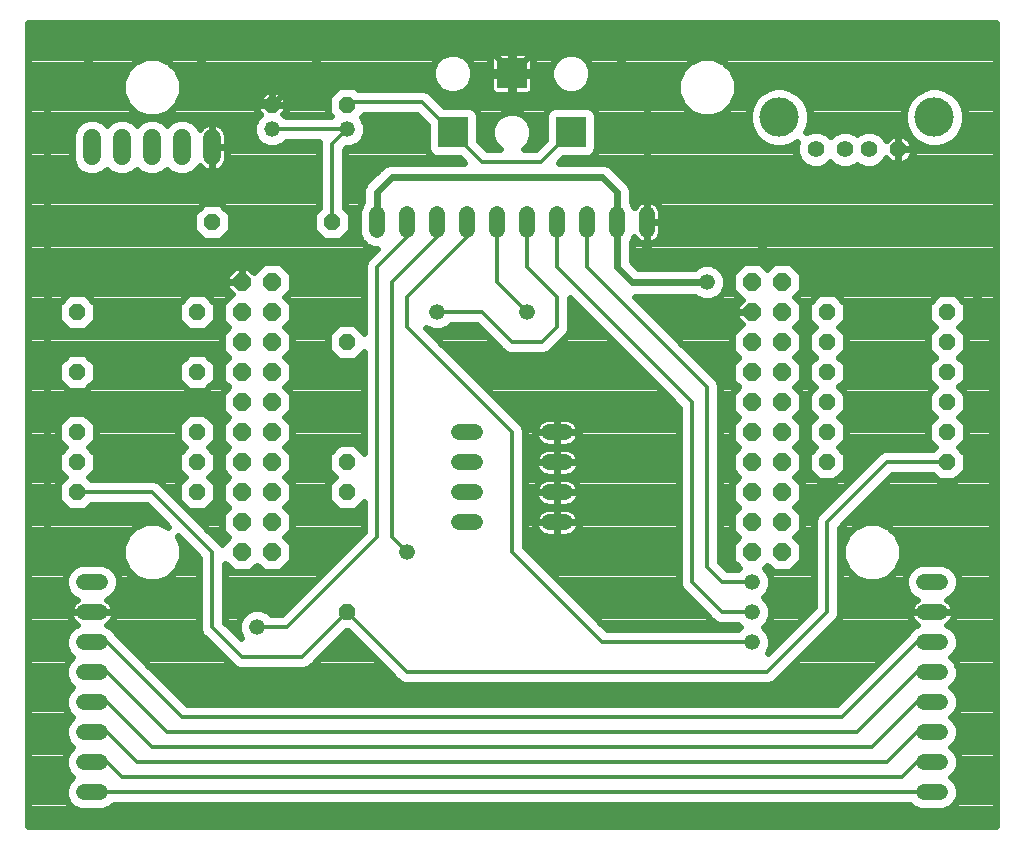
<source format=gbl>
G75*
%MOIN*%
%OFA0B0*%
%FSLAX24Y24*%
%IPPOS*%
%LPD*%
%AMOC8*
5,1,8,0,0,1.08239X$1,22.5*
%
%ADD10R,0.0990X0.0990*%
%ADD11OC8,0.0520*%
%ADD12C,0.0520*%
%ADD13C,0.0520*%
%ADD14OC8,0.0600*%
%ADD15C,0.0560*%
%ADD16C,0.1310*%
%ADD17C,0.0600*%
%ADD18C,0.0240*%
%ADD19C,0.0525*%
%ADD20C,0.0120*%
D10*
X015661Y023720D03*
X017630Y025689D03*
X019599Y023720D03*
D11*
X012130Y024620D03*
X009630Y024620D03*
X007630Y020720D03*
X007130Y017720D03*
X007130Y015720D03*
X007130Y013720D03*
X007130Y012720D03*
X007130Y011720D03*
X003130Y011720D03*
X003130Y012720D03*
X003130Y013720D03*
X003130Y015720D03*
X003130Y017720D03*
X011630Y020720D03*
X012130Y016720D03*
X012130Y012720D03*
X012130Y011720D03*
X012130Y007720D03*
X028130Y012720D03*
X028130Y013720D03*
X028130Y014720D03*
X028130Y015720D03*
X028130Y016720D03*
X028130Y017720D03*
X032130Y017720D03*
X032130Y016720D03*
X032130Y015720D03*
X032130Y014720D03*
X032130Y013720D03*
X032130Y012720D03*
D12*
X012130Y023820D03*
X009630Y023820D03*
D13*
X013130Y020980D02*
X013130Y020460D01*
X014130Y020460D02*
X014130Y020980D01*
X015130Y020980D02*
X015130Y020460D01*
X016130Y020460D02*
X016130Y020980D01*
X017130Y020980D02*
X017130Y020460D01*
X018130Y020460D02*
X018130Y020980D01*
X019130Y020980D02*
X019130Y020460D01*
X020130Y020460D02*
X020130Y020980D01*
X021130Y020980D02*
X021130Y020460D01*
X022130Y020460D02*
X022130Y020980D01*
X019390Y013720D02*
X018870Y013720D01*
X018870Y012720D02*
X019390Y012720D01*
X019390Y011720D02*
X018870Y011720D01*
X018870Y010720D02*
X019390Y010720D01*
X016390Y010720D02*
X015870Y010720D01*
X015870Y011720D02*
X016390Y011720D01*
X016390Y012720D02*
X015870Y012720D01*
X015870Y013720D02*
X016390Y013720D01*
X003890Y008720D02*
X003370Y008720D01*
X003370Y007720D02*
X003890Y007720D01*
X003890Y006720D02*
X003370Y006720D01*
X003370Y005720D02*
X003890Y005720D01*
X003890Y004720D02*
X003370Y004720D01*
X003370Y003720D02*
X003890Y003720D01*
X003890Y002720D02*
X003370Y002720D01*
X003370Y001720D02*
X003890Y001720D01*
X031370Y001720D02*
X031890Y001720D01*
X031890Y002720D02*
X031370Y002720D01*
X031370Y003720D02*
X031890Y003720D01*
X031890Y004720D02*
X031370Y004720D01*
X031370Y005720D02*
X031890Y005720D01*
X031890Y006720D02*
X031370Y006720D01*
X031370Y007720D02*
X031890Y007720D01*
X031890Y008720D02*
X031370Y008720D01*
D14*
X026630Y009720D03*
X026630Y010720D03*
X026630Y011720D03*
X026630Y012720D03*
X025630Y012720D03*
X025630Y011720D03*
X025630Y010720D03*
X025630Y009720D03*
X025630Y013720D03*
X025630Y014720D03*
X025630Y015720D03*
X025630Y016720D03*
X025630Y017720D03*
X025630Y018720D03*
X026630Y018720D03*
X026630Y017720D03*
X026630Y016720D03*
X026630Y015720D03*
X026630Y014720D03*
X026630Y013720D03*
X009630Y013720D03*
X009630Y014720D03*
X009630Y015720D03*
X009630Y016720D03*
X009630Y017720D03*
X009630Y018720D03*
X008630Y018720D03*
X008630Y017720D03*
X008630Y016720D03*
X008630Y015720D03*
X008630Y014720D03*
X008630Y013720D03*
X008630Y012720D03*
X008630Y011720D03*
X008630Y010720D03*
X008630Y009720D03*
X009630Y009720D03*
X009630Y010720D03*
X009630Y011720D03*
X009630Y012720D03*
D15*
X027755Y023150D03*
X028735Y023150D03*
X029525Y023150D03*
X030505Y023150D03*
D16*
X031715Y024220D03*
X026545Y024220D03*
D17*
X007630Y023520D02*
X007630Y022920D01*
X006630Y022920D02*
X006630Y023520D01*
X005630Y023520D02*
X005630Y022920D01*
X004630Y022920D02*
X004630Y023520D01*
X003630Y023520D02*
X003630Y022920D01*
D18*
X001500Y027350D02*
X001500Y000590D01*
X033760Y000590D01*
X033760Y027350D01*
X001500Y027350D01*
X001500Y027171D02*
X033760Y027171D01*
X033760Y026932D02*
X001500Y026932D01*
X001500Y026694D02*
X033760Y026694D01*
X033760Y026455D02*
X001500Y026455D01*
X001500Y026217D02*
X015221Y026217D01*
X015273Y026269D02*
X015081Y026077D01*
X014977Y025825D01*
X014977Y025552D01*
X015081Y025301D01*
X015273Y025108D01*
X015525Y025004D01*
X015798Y025004D01*
X016049Y025108D01*
X016242Y025301D01*
X016346Y025552D01*
X016346Y025825D01*
X016242Y026077D01*
X016049Y026269D01*
X015798Y026373D01*
X015525Y026373D01*
X015273Y026269D01*
X015040Y025978D02*
X006279Y025978D01*
X006194Y026064D02*
X005828Y026215D01*
X005432Y026215D01*
X005066Y026064D01*
X004786Y025784D01*
X004635Y025418D01*
X004635Y025022D01*
X004786Y024656D01*
X005066Y024376D01*
X005432Y024225D01*
X005828Y024225D01*
X006194Y024376D01*
X006474Y024656D01*
X006625Y025022D01*
X006625Y025418D01*
X006474Y025784D01*
X006194Y026064D01*
X006492Y025740D02*
X014977Y025740D01*
X014998Y025501D02*
X006591Y025501D01*
X006625Y025263D02*
X015119Y025263D01*
X014934Y025024D02*
X015476Y025024D01*
X015847Y025024D02*
X016993Y025024D01*
X017000Y025017D02*
X017050Y024988D01*
X017106Y024974D01*
X017585Y024974D01*
X017585Y025643D01*
X017675Y025643D01*
X017675Y024974D01*
X018154Y024974D01*
X018210Y024988D01*
X018260Y025017D01*
X018301Y025058D01*
X018330Y025109D01*
X018345Y025165D01*
X018345Y025644D01*
X017675Y025644D01*
X017675Y025734D01*
X017585Y025734D01*
X017585Y026404D01*
X017106Y026404D01*
X017050Y026389D01*
X017000Y026360D01*
X016959Y026319D01*
X016930Y026268D01*
X016915Y026212D01*
X016915Y025734D01*
X017585Y025734D01*
X017585Y025644D01*
X016915Y025644D01*
X016915Y025165D01*
X016930Y025109D01*
X016959Y025058D01*
X017000Y025017D01*
X016915Y025263D02*
X016204Y025263D01*
X016325Y025501D02*
X016915Y025501D01*
X016915Y025740D02*
X016346Y025740D01*
X016283Y025978D02*
X016915Y025978D01*
X016916Y026217D02*
X016102Y026217D01*
X016630Y026720D02*
X011730Y026720D01*
X009709Y024699D01*
X009688Y024720D01*
X009530Y024720D01*
X009630Y024620D01*
X009709Y024699D01*
X009630Y024620D02*
X009630Y024620D01*
X009630Y025100D01*
X009829Y025100D01*
X010110Y024819D01*
X010110Y024620D01*
X009630Y024620D01*
X009630Y024620D01*
X009630Y024620D01*
X009150Y024620D01*
X009150Y024819D01*
X009431Y025100D01*
X009630Y025100D01*
X009630Y024620D01*
X010110Y024620D01*
X010110Y024421D01*
X010015Y024326D01*
X010091Y024250D01*
X011609Y024250D01*
X011500Y024359D01*
X011500Y024881D01*
X011869Y025250D01*
X012391Y025250D01*
X012491Y025150D01*
X014716Y025150D01*
X014874Y025085D01*
X014995Y024964D01*
X015373Y024585D01*
X016230Y024585D01*
X016366Y024529D01*
X016470Y024425D01*
X016526Y024289D01*
X016526Y023432D01*
X016808Y023150D01*
X017231Y023150D01*
X017049Y023332D01*
X016945Y023584D01*
X016945Y023856D01*
X017049Y024108D01*
X017242Y024301D01*
X017494Y024405D01*
X017766Y024405D01*
X018018Y024301D01*
X018211Y024108D01*
X018315Y023856D01*
X018315Y023584D01*
X018211Y023332D01*
X018029Y023150D01*
X018420Y023150D01*
X018734Y023463D01*
X018734Y024289D01*
X018790Y024425D01*
X018894Y024529D01*
X019030Y024585D01*
X020167Y024585D01*
X020303Y024529D01*
X020407Y024425D01*
X020464Y024289D01*
X020464Y023151D01*
X020407Y023015D01*
X020303Y022911D01*
X020167Y022855D01*
X019342Y022855D01*
X019197Y022710D01*
X020727Y022710D01*
X020908Y022635D01*
X021408Y022135D01*
X021545Y021998D01*
X021620Y021817D01*
X021620Y021381D01*
X021664Y021337D01*
X021713Y021219D01*
X021719Y021232D01*
X021764Y021293D01*
X021817Y021346D01*
X021878Y021391D01*
X021946Y021425D01*
X022018Y021448D01*
X022092Y021460D01*
X022130Y021460D01*
X022130Y020720D01*
X025130Y020720D01*
X026130Y019720D01*
X031630Y019720D01*
X033630Y017720D01*
X033630Y008720D01*
X032630Y007720D01*
X031630Y007720D01*
X032370Y007720D01*
X032370Y007758D01*
X032358Y007832D01*
X032335Y007904D01*
X032301Y007972D01*
X032256Y008033D01*
X032203Y008086D01*
X032142Y008131D01*
X032129Y008137D01*
X032247Y008186D01*
X032424Y008363D01*
X032520Y008595D01*
X032520Y008845D01*
X032424Y009077D01*
X032247Y009254D01*
X032015Y009350D01*
X031245Y009350D01*
X031013Y009254D01*
X030836Y009077D01*
X030740Y008845D01*
X030740Y008595D01*
X030836Y008363D01*
X031013Y008186D01*
X031131Y008137D01*
X031118Y008131D01*
X031057Y008086D01*
X031004Y008033D01*
X030959Y007972D01*
X030925Y007904D01*
X030902Y007832D01*
X030890Y007758D01*
X030890Y007720D01*
X031630Y007720D01*
X031630Y007720D01*
X031630Y007720D01*
X032370Y007720D01*
X032370Y007682D01*
X032358Y007608D01*
X032335Y007536D01*
X032301Y007468D01*
X032256Y007407D01*
X032203Y007354D01*
X032142Y007309D01*
X032129Y007303D01*
X032247Y007254D01*
X032424Y007077D01*
X032520Y006845D01*
X032520Y006595D01*
X032424Y006363D01*
X032281Y006220D01*
X032424Y006077D01*
X032520Y005845D01*
X032520Y005595D01*
X032424Y005363D01*
X032281Y005220D01*
X032424Y005077D01*
X032520Y004845D01*
X032520Y004595D01*
X032424Y004363D01*
X032281Y004220D01*
X032424Y004077D01*
X032520Y003845D01*
X032520Y003595D01*
X032424Y003363D01*
X032281Y003220D01*
X032424Y003077D01*
X032520Y002845D01*
X032520Y002595D01*
X032424Y002363D01*
X032281Y002220D01*
X032424Y002077D01*
X032520Y001845D01*
X032520Y001595D01*
X032424Y001363D01*
X032247Y001186D01*
X032015Y001090D01*
X031245Y001090D01*
X031013Y001186D01*
X030909Y001290D01*
X004351Y001290D01*
X004247Y001186D01*
X004015Y001090D01*
X003245Y001090D01*
X003013Y001186D01*
X002836Y001363D01*
X002740Y001595D01*
X002740Y001845D01*
X002836Y002077D01*
X002979Y002220D01*
X002836Y002363D01*
X002740Y002595D01*
X002740Y002845D01*
X002836Y003077D01*
X002979Y003220D01*
X002836Y003363D01*
X002740Y003595D01*
X002740Y003845D01*
X002836Y004077D01*
X002979Y004220D01*
X002836Y004363D01*
X002740Y004595D01*
X002740Y004845D01*
X002836Y005077D01*
X002979Y005220D01*
X002836Y005363D01*
X002740Y005595D01*
X002740Y005845D01*
X002836Y006077D01*
X002979Y006220D01*
X002836Y006363D01*
X002740Y006595D01*
X002740Y006845D01*
X002836Y007077D01*
X003013Y007254D01*
X003131Y007303D01*
X003118Y007309D01*
X003057Y007354D01*
X003004Y007407D01*
X002959Y007468D01*
X002925Y007536D01*
X002902Y007608D01*
X002890Y007682D01*
X002890Y007720D01*
X003630Y007720D01*
X004630Y007720D01*
X005130Y008220D01*
X005130Y008720D01*
X004130Y009720D01*
X002630Y009720D01*
X002130Y010220D01*
X002130Y018220D01*
X002630Y018720D01*
X002130Y019220D01*
X002130Y024720D01*
X004130Y026720D01*
X006630Y026720D01*
X007630Y025720D01*
X007630Y024720D01*
X009530Y024720D01*
X009630Y024786D02*
X009630Y024786D01*
X009630Y024620D02*
X009150Y024620D01*
X009150Y024421D01*
X009245Y024326D01*
X009096Y024177D01*
X009000Y023945D01*
X009000Y023695D01*
X009096Y023463D01*
X009273Y023286D01*
X009505Y023190D01*
X009755Y023190D01*
X009987Y023286D01*
X010091Y023390D01*
X011200Y023390D01*
X011200Y021181D01*
X011000Y020981D01*
X011000Y020459D01*
X011369Y020090D01*
X011891Y020090D01*
X012260Y020459D01*
X012260Y020981D01*
X012060Y021181D01*
X012060Y023142D01*
X012108Y023190D01*
X012255Y023190D01*
X012487Y023286D01*
X012664Y023463D01*
X012760Y023695D01*
X012760Y023945D01*
X012664Y024177D01*
X012621Y024220D01*
X012691Y024290D01*
X014452Y024290D01*
X014796Y023945D01*
X014796Y023151D01*
X014853Y023015D01*
X014957Y022911D01*
X015093Y022855D01*
X015887Y022855D01*
X016032Y022710D01*
X013533Y022710D01*
X013352Y022635D01*
X013215Y022498D01*
X013215Y022498D01*
X012715Y021998D01*
X012640Y021817D01*
X012640Y021381D01*
X012596Y021337D01*
X012500Y021105D01*
X012500Y020335D01*
X012596Y020103D01*
X012773Y019926D01*
X013005Y019830D01*
X013132Y019830D01*
X012886Y019585D01*
X012765Y019464D01*
X012700Y019306D01*
X012700Y017041D01*
X012391Y017350D01*
X011869Y017350D01*
X011500Y016981D01*
X011500Y016459D01*
X011869Y016090D01*
X012391Y016090D01*
X012700Y016399D01*
X012700Y013041D01*
X012391Y013350D01*
X011869Y013350D01*
X011500Y012981D01*
X011500Y012459D01*
X011739Y012220D01*
X011500Y011981D01*
X011500Y011459D01*
X011869Y011090D01*
X012391Y011090D01*
X012700Y011399D01*
X012700Y010398D01*
X009952Y007650D01*
X009594Y007650D01*
X009488Y007756D01*
X009256Y007852D01*
X009004Y007852D01*
X008772Y007756D01*
X008594Y007578D01*
X008498Y007346D01*
X008498Y007094D01*
X008592Y006866D01*
X008060Y007398D01*
X008060Y009342D01*
X008352Y009050D01*
X008908Y009050D01*
X009130Y009272D01*
X009352Y009050D01*
X009908Y009050D01*
X010300Y009442D01*
X010300Y009998D01*
X010078Y010220D01*
X010300Y010442D01*
X010300Y010998D01*
X010078Y011220D01*
X010300Y011442D01*
X010300Y011998D01*
X010078Y012220D01*
X010300Y012442D01*
X010300Y012998D01*
X010078Y013220D01*
X010300Y013442D01*
X010300Y013998D01*
X010078Y014220D01*
X010300Y014442D01*
X010300Y014998D01*
X010078Y015220D01*
X010300Y015442D01*
X010300Y015998D01*
X010078Y016220D01*
X010300Y016442D01*
X010300Y016998D01*
X010078Y017220D01*
X010300Y017442D01*
X010300Y017998D01*
X010078Y018220D01*
X010300Y018442D01*
X010300Y018998D01*
X009908Y019390D01*
X009352Y019390D01*
X009024Y019061D01*
X008845Y019240D01*
X008630Y019240D01*
X008630Y018720D01*
X008630Y018720D01*
X008630Y018720D01*
X008110Y018720D01*
X008110Y018935D01*
X008415Y019240D01*
X008630Y019240D01*
X008630Y018720D01*
X008110Y018720D01*
X008110Y018505D01*
X008289Y018326D01*
X007960Y017998D01*
X007960Y017442D01*
X008182Y017220D01*
X007960Y016998D01*
X007960Y016442D01*
X008182Y016220D01*
X007960Y015998D01*
X007960Y015442D01*
X008182Y015220D01*
X007960Y014998D01*
X007960Y014442D01*
X008182Y014220D01*
X007960Y013998D01*
X007960Y013442D01*
X008182Y013220D01*
X007960Y012998D01*
X007960Y012442D01*
X008182Y012220D01*
X007960Y011998D01*
X007960Y011442D01*
X008182Y011220D01*
X007960Y010998D01*
X007960Y010442D01*
X008182Y010220D01*
X007960Y009998D01*
X005995Y011964D01*
X005874Y012085D01*
X005716Y012150D01*
X003591Y012150D01*
X003521Y012220D01*
X003760Y012459D01*
X003760Y012981D01*
X003521Y013220D01*
X003760Y013459D01*
X003760Y013981D01*
X003391Y014350D01*
X002869Y014350D01*
X002500Y013981D01*
X002500Y013459D01*
X002739Y013220D01*
X002500Y012981D01*
X002500Y012459D01*
X002739Y012220D01*
X002500Y011981D01*
X002500Y011459D01*
X002869Y011090D01*
X003391Y011090D01*
X003591Y011290D01*
X005452Y011290D01*
X006168Y010574D01*
X005828Y010715D01*
X005432Y010715D01*
X005066Y010564D01*
X004786Y010284D01*
X004635Y009918D01*
X004635Y009522D01*
X004786Y009156D01*
X005066Y008876D01*
X005432Y008725D01*
X005828Y008725D01*
X006194Y008876D01*
X006474Y009156D01*
X006625Y009522D01*
X006625Y009918D01*
X006484Y010258D01*
X007200Y009542D01*
X007200Y007134D01*
X007265Y006976D01*
X008386Y005855D01*
X008544Y005790D01*
X010716Y005790D01*
X010874Y005855D01*
X010995Y005976D01*
X012108Y007090D01*
X012152Y007090D01*
X013765Y005476D01*
X013886Y005355D01*
X014044Y005290D01*
X026216Y005290D01*
X026374Y005355D01*
X028374Y007355D01*
X028495Y007476D01*
X028560Y007634D01*
X028560Y010542D01*
X030308Y012290D01*
X031669Y012290D01*
X031869Y012090D01*
X032391Y012090D01*
X032760Y012459D01*
X032760Y012981D01*
X032521Y013220D01*
X032760Y013459D01*
X032760Y013981D01*
X032521Y014220D01*
X032760Y014459D01*
X032760Y014981D01*
X032521Y015220D01*
X032760Y015459D01*
X032760Y015981D01*
X032521Y016220D01*
X032760Y016459D01*
X032760Y016981D01*
X032521Y017220D01*
X032760Y017459D01*
X032760Y017981D01*
X032391Y018350D01*
X031869Y018350D01*
X031500Y017981D01*
X031500Y017459D01*
X031739Y017220D01*
X031500Y016981D01*
X031500Y016459D01*
X031739Y016220D01*
X031500Y015981D01*
X031500Y015459D01*
X031739Y015220D01*
X031500Y014981D01*
X031500Y014459D01*
X031739Y014220D01*
X031500Y013981D01*
X031500Y013459D01*
X031739Y013220D01*
X031669Y013150D01*
X030044Y013150D01*
X029886Y013085D01*
X029765Y012964D01*
X027765Y010964D01*
X027700Y010806D01*
X027700Y007898D01*
X026168Y006366D01*
X026262Y006594D01*
X026262Y006846D01*
X026166Y007078D01*
X026024Y007220D01*
X026166Y007362D01*
X026262Y007594D01*
X026262Y007846D01*
X026166Y008078D01*
X026024Y008220D01*
X026166Y008362D01*
X026262Y008594D01*
X026262Y008846D01*
X026166Y009078D01*
X026051Y009193D01*
X026130Y009272D01*
X026352Y009050D01*
X026908Y009050D01*
X027300Y009442D01*
X027300Y009998D01*
X027078Y010220D01*
X027300Y010442D01*
X027300Y010998D01*
X027078Y011220D01*
X027300Y011442D01*
X027300Y011998D01*
X027078Y012220D01*
X027300Y012442D01*
X027300Y012998D01*
X027078Y013220D01*
X027300Y013442D01*
X027300Y013998D01*
X027078Y014220D01*
X027300Y014442D01*
X027300Y014998D01*
X027078Y015220D01*
X027300Y015442D01*
X027300Y015998D01*
X027078Y016220D01*
X027300Y016442D01*
X027300Y016998D01*
X027078Y017220D01*
X027300Y017442D01*
X027300Y017998D01*
X027078Y018220D01*
X027300Y018442D01*
X027300Y018998D01*
X026908Y019390D01*
X026352Y019390D01*
X026130Y019168D01*
X025908Y019390D01*
X025352Y019390D01*
X024960Y018998D01*
X024960Y018442D01*
X025289Y018114D01*
X025110Y017935D01*
X025110Y017720D01*
X025630Y017720D01*
X025630Y017720D01*
X025110Y017720D01*
X025110Y017505D01*
X025289Y017326D01*
X024960Y016998D01*
X024960Y016442D01*
X025182Y016220D01*
X024960Y015998D01*
X024960Y015442D01*
X025182Y015220D01*
X024960Y014998D01*
X024960Y014442D01*
X025182Y014220D01*
X024960Y013998D01*
X024960Y013442D01*
X025182Y013220D01*
X024960Y012998D01*
X024960Y012442D01*
X025182Y012220D01*
X024960Y011998D01*
X024960Y011442D01*
X025182Y011220D01*
X024960Y010998D01*
X024960Y010442D01*
X025182Y010220D01*
X024960Y009998D01*
X024960Y009442D01*
X025209Y009193D01*
X025166Y009150D01*
X024808Y009150D01*
X024560Y009398D01*
X024560Y015306D01*
X024495Y015464D01*
X024374Y015585D01*
X021728Y018230D01*
X023726Y018230D01*
X023772Y018184D01*
X024004Y018088D01*
X024256Y018088D01*
X024488Y018184D01*
X024666Y018362D01*
X024762Y018594D01*
X024762Y018846D01*
X024666Y019078D01*
X024488Y019256D01*
X024256Y019352D01*
X024004Y019352D01*
X023772Y019256D01*
X023726Y019210D01*
X021833Y019210D01*
X021620Y019423D01*
X021620Y020059D01*
X021664Y020103D01*
X021713Y020221D01*
X021719Y020208D01*
X021764Y020147D01*
X021817Y020094D01*
X021878Y020049D01*
X021946Y020015D01*
X022018Y019992D01*
X022092Y019980D01*
X022130Y019980D01*
X022168Y019980D01*
X022242Y019992D01*
X022314Y020015D01*
X022382Y020049D01*
X022443Y020094D01*
X022496Y020147D01*
X022541Y020208D01*
X022575Y020276D01*
X022598Y020348D01*
X022610Y020422D01*
X022610Y020720D01*
X022610Y021018D01*
X022598Y021092D01*
X022575Y021164D01*
X022541Y021232D01*
X022496Y021293D01*
X022443Y021346D01*
X022382Y021391D01*
X022314Y021425D01*
X022242Y021448D01*
X022168Y021460D01*
X022130Y021460D01*
X022130Y020720D01*
X022130Y025220D01*
X020630Y026720D01*
X018661Y026720D01*
X017630Y025689D01*
X017630Y025720D01*
X016630Y026720D01*
X017585Y026217D02*
X017675Y026217D01*
X017675Y026404D02*
X017675Y025734D01*
X018345Y025734D01*
X018345Y026212D01*
X018330Y026268D01*
X018301Y026319D01*
X018260Y026360D01*
X018210Y026389D01*
X018154Y026404D01*
X017675Y026404D01*
X017675Y025978D02*
X017585Y025978D01*
X017585Y025740D02*
X017675Y025740D01*
X017675Y025501D02*
X017585Y025501D01*
X017585Y025263D02*
X017675Y025263D01*
X017675Y025024D02*
X017585Y025024D01*
X018267Y025024D02*
X019413Y025024D01*
X019462Y025004D02*
X019735Y025004D01*
X019987Y025108D01*
X020179Y025301D01*
X020283Y025552D01*
X020283Y025825D01*
X020179Y026077D01*
X019987Y026269D01*
X019735Y026373D01*
X019462Y026373D01*
X019211Y026269D01*
X019018Y026077D01*
X018914Y025825D01*
X018914Y025552D01*
X019018Y025301D01*
X019211Y025108D01*
X019462Y025004D01*
X019784Y025024D02*
X023135Y025024D01*
X023135Y025022D02*
X023286Y024656D01*
X023566Y024376D01*
X023932Y024225D01*
X024328Y024225D01*
X024694Y024376D01*
X024974Y024656D01*
X025125Y025022D01*
X025125Y025418D01*
X024974Y025784D01*
X024694Y026064D01*
X024328Y026215D01*
X023932Y026215D01*
X023566Y026064D01*
X023286Y025784D01*
X023135Y025418D01*
X023135Y025022D01*
X023135Y025263D02*
X020141Y025263D01*
X020262Y025501D02*
X023169Y025501D01*
X023268Y025740D02*
X020283Y025740D01*
X020220Y025978D02*
X023481Y025978D01*
X023233Y024786D02*
X015173Y024786D01*
X014672Y024070D02*
X012708Y024070D01*
X012760Y023832D02*
X014796Y023832D01*
X014796Y023593D02*
X012718Y023593D01*
X012555Y023355D02*
X014796Y023355D01*
X014811Y023116D02*
X012060Y023116D01*
X012060Y022878D02*
X015039Y022878D01*
X013630Y022220D02*
X020630Y022220D01*
X021130Y021720D01*
X021130Y020720D01*
X021130Y019220D01*
X021630Y018720D01*
X024130Y018720D01*
X024651Y018346D02*
X025056Y018346D01*
X024960Y018585D02*
X024758Y018585D01*
X024762Y018823D02*
X024960Y018823D01*
X025024Y019062D02*
X024673Y019062D01*
X024383Y019300D02*
X025262Y019300D01*
X025998Y019300D02*
X026262Y019300D01*
X026998Y019300D02*
X033760Y019300D01*
X033760Y019062D02*
X027236Y019062D01*
X027300Y018823D02*
X033760Y018823D01*
X033760Y018585D02*
X027300Y018585D01*
X027204Y018346D02*
X027865Y018346D01*
X027869Y018350D02*
X027500Y017981D01*
X027500Y017459D01*
X027739Y017220D01*
X027500Y016981D01*
X027500Y016459D01*
X027739Y016220D01*
X027500Y015981D01*
X027500Y015459D01*
X027739Y015220D01*
X027500Y014981D01*
X027500Y014459D01*
X027739Y014220D01*
X027500Y013981D01*
X027500Y013459D01*
X027739Y013220D01*
X027500Y012981D01*
X027500Y012459D01*
X027869Y012090D01*
X028391Y012090D01*
X028760Y012459D01*
X028760Y012981D01*
X028521Y013220D01*
X028760Y013459D01*
X028760Y013981D01*
X028521Y014220D01*
X028760Y014459D01*
X028760Y014981D01*
X028521Y015220D01*
X028760Y015459D01*
X028760Y015981D01*
X028521Y016220D01*
X028760Y016459D01*
X028760Y016981D01*
X028521Y017220D01*
X028760Y017459D01*
X028760Y017981D01*
X028391Y018350D01*
X027869Y018350D01*
X027627Y018108D02*
X027190Y018108D01*
X027300Y017869D02*
X027500Y017869D01*
X027500Y017631D02*
X027300Y017631D01*
X027250Y017392D02*
X027567Y017392D01*
X027673Y017154D02*
X027144Y017154D01*
X027300Y016915D02*
X027500Y016915D01*
X027500Y016677D02*
X027300Y016677D01*
X027296Y016438D02*
X027521Y016438D01*
X027719Y016200D02*
X027098Y016200D01*
X027300Y015961D02*
X027500Y015961D01*
X027500Y015723D02*
X027300Y015723D01*
X027300Y015484D02*
X027500Y015484D01*
X027714Y015246D02*
X027103Y015246D01*
X027291Y015007D02*
X027526Y015007D01*
X027500Y014769D02*
X027300Y014769D01*
X027300Y014530D02*
X027500Y014530D01*
X027668Y014292D02*
X027149Y014292D01*
X027245Y014053D02*
X027572Y014053D01*
X027500Y013815D02*
X027300Y013815D01*
X027300Y013576D02*
X027500Y013576D01*
X027622Y013338D02*
X027195Y013338D01*
X027199Y013099D02*
X027618Y013099D01*
X027500Y012861D02*
X027300Y012861D01*
X027300Y012622D02*
X027500Y012622D01*
X027576Y012384D02*
X027241Y012384D01*
X027153Y012145D02*
X027814Y012145D01*
X027300Y011907D02*
X028708Y011907D01*
X028947Y012145D02*
X028446Y012145D01*
X028684Y012384D02*
X029185Y012384D01*
X029424Y012622D02*
X028760Y012622D01*
X028760Y012861D02*
X029662Y012861D01*
X029921Y013099D02*
X028642Y013099D01*
X028638Y013338D02*
X031622Y013338D01*
X031500Y013576D02*
X028760Y013576D01*
X028760Y013815D02*
X031500Y013815D01*
X031572Y014053D02*
X028688Y014053D01*
X028592Y014292D02*
X031668Y014292D01*
X031500Y014530D02*
X028760Y014530D01*
X028760Y014769D02*
X031500Y014769D01*
X031526Y015007D02*
X028734Y015007D01*
X028546Y015246D02*
X031714Y015246D01*
X031500Y015484D02*
X028760Y015484D01*
X028760Y015723D02*
X031500Y015723D01*
X031500Y015961D02*
X028760Y015961D01*
X028541Y016200D02*
X031719Y016200D01*
X031521Y016438D02*
X028739Y016438D01*
X028760Y016677D02*
X031500Y016677D01*
X031500Y016915D02*
X028760Y016915D01*
X028587Y017154D02*
X031673Y017154D01*
X031567Y017392D02*
X028693Y017392D01*
X028760Y017631D02*
X031500Y017631D01*
X031500Y017869D02*
X028760Y017869D01*
X028633Y018108D02*
X031627Y018108D01*
X031865Y018346D02*
X028395Y018346D01*
X025282Y018108D02*
X024304Y018108D01*
X023956Y018108D02*
X021851Y018108D01*
X022089Y017869D02*
X025110Y017869D01*
X025110Y017631D02*
X022328Y017631D01*
X022566Y017392D02*
X025223Y017392D01*
X025116Y017154D02*
X022805Y017154D01*
X023043Y016915D02*
X024960Y016915D01*
X024960Y016677D02*
X023282Y016677D01*
X023520Y016438D02*
X024964Y016438D01*
X025162Y016200D02*
X023759Y016200D01*
X023997Y015961D02*
X024960Y015961D01*
X024960Y015723D02*
X024236Y015723D01*
X024474Y015484D02*
X024960Y015484D01*
X025157Y015246D02*
X024560Y015246D01*
X024560Y015007D02*
X024969Y015007D01*
X024960Y014769D02*
X024560Y014769D01*
X024560Y014530D02*
X024960Y014530D01*
X025111Y014292D02*
X024560Y014292D01*
X024560Y014053D02*
X025015Y014053D01*
X024960Y013815D02*
X024560Y013815D01*
X024560Y013576D02*
X024960Y013576D01*
X025065Y013338D02*
X024560Y013338D01*
X024560Y013099D02*
X025061Y013099D01*
X024960Y012861D02*
X024560Y012861D01*
X024560Y012622D02*
X024960Y012622D01*
X025019Y012384D02*
X024560Y012384D01*
X024560Y012145D02*
X025107Y012145D01*
X024960Y011907D02*
X024560Y011907D01*
X024560Y011668D02*
X024960Y011668D01*
X024973Y011430D02*
X024560Y011430D01*
X024560Y011191D02*
X025153Y011191D01*
X024960Y010953D02*
X024560Y010953D01*
X024560Y010714D02*
X024960Y010714D01*
X024960Y010476D02*
X024560Y010476D01*
X024560Y010237D02*
X025165Y010237D01*
X024961Y009999D02*
X024560Y009999D01*
X024560Y009760D02*
X024960Y009760D01*
X024960Y009522D02*
X024560Y009522D01*
X024675Y009283D02*
X025119Y009283D01*
X026180Y009045D02*
X027700Y009045D01*
X027700Y009283D02*
X027141Y009283D01*
X027300Y009522D02*
X027700Y009522D01*
X027700Y009760D02*
X027300Y009760D01*
X027299Y009999D02*
X027700Y009999D01*
X027700Y010237D02*
X027095Y010237D01*
X027300Y010476D02*
X027700Y010476D01*
X027700Y010714D02*
X027300Y010714D01*
X027300Y010953D02*
X027761Y010953D01*
X027993Y011191D02*
X027107Y011191D01*
X027287Y011430D02*
X028231Y011430D01*
X028470Y011668D02*
X027300Y011668D01*
X028732Y010714D02*
X029430Y010714D01*
X029432Y010715D02*
X029066Y010564D01*
X028786Y010284D01*
X028635Y009918D01*
X028635Y009522D01*
X028786Y009156D01*
X029066Y008876D01*
X029432Y008725D01*
X029828Y008725D01*
X030194Y008876D01*
X030474Y009156D01*
X030625Y009522D01*
X030625Y009918D01*
X030474Y010284D01*
X030194Y010564D01*
X029828Y010715D01*
X029432Y010715D01*
X029830Y010714D02*
X033760Y010714D01*
X033760Y010476D02*
X030282Y010476D01*
X030493Y010237D02*
X033760Y010237D01*
X033760Y009999D02*
X030592Y009999D01*
X030625Y009760D02*
X033760Y009760D01*
X033760Y009522D02*
X030625Y009522D01*
X030526Y009283D02*
X031083Y009283D01*
X030823Y009045D02*
X030362Y009045D01*
X030023Y008806D02*
X030740Y008806D01*
X030751Y008568D02*
X028560Y008568D01*
X028560Y008806D02*
X029237Y008806D01*
X028898Y009045D02*
X028560Y009045D01*
X028560Y009283D02*
X028734Y009283D01*
X028635Y009522D02*
X028560Y009522D01*
X028560Y009760D02*
X028635Y009760D01*
X028668Y009999D02*
X028560Y009999D01*
X028560Y010237D02*
X028767Y010237D01*
X028560Y010476D02*
X028978Y010476D01*
X028971Y010953D02*
X033760Y010953D01*
X033760Y011191D02*
X029209Y011191D01*
X029448Y011430D02*
X033760Y011430D01*
X033760Y011668D02*
X029686Y011668D01*
X029925Y011907D02*
X033760Y011907D01*
X033760Y012145D02*
X032446Y012145D01*
X032684Y012384D02*
X033760Y012384D01*
X033760Y012622D02*
X032760Y012622D01*
X032760Y012861D02*
X033760Y012861D01*
X033760Y013099D02*
X032642Y013099D01*
X032638Y013338D02*
X033760Y013338D01*
X033760Y013576D02*
X032760Y013576D01*
X032760Y013815D02*
X033760Y013815D01*
X033760Y014053D02*
X032688Y014053D01*
X032592Y014292D02*
X033760Y014292D01*
X033760Y014530D02*
X032760Y014530D01*
X032760Y014769D02*
X033760Y014769D01*
X033760Y015007D02*
X032734Y015007D01*
X032546Y015246D02*
X033760Y015246D01*
X033760Y015484D02*
X032760Y015484D01*
X032760Y015723D02*
X033760Y015723D01*
X033760Y015961D02*
X032760Y015961D01*
X032541Y016200D02*
X033760Y016200D01*
X033760Y016438D02*
X032739Y016438D01*
X032760Y016677D02*
X033760Y016677D01*
X033760Y016915D02*
X032760Y016915D01*
X032587Y017154D02*
X033760Y017154D01*
X033760Y017392D02*
X032693Y017392D01*
X032760Y017631D02*
X033760Y017631D01*
X033760Y017869D02*
X032760Y017869D01*
X032633Y018108D02*
X033760Y018108D01*
X033760Y018346D02*
X032395Y018346D01*
X033760Y019539D02*
X021620Y019539D01*
X021620Y019777D02*
X033760Y019777D01*
X033760Y020016D02*
X022315Y020016D01*
X022130Y020016D02*
X022130Y020016D01*
X022130Y019980D02*
X022130Y020720D01*
X022130Y020720D01*
X022610Y020720D01*
X022130Y020720D01*
X022130Y020720D01*
X022130Y020720D01*
X022130Y019980D01*
X021945Y020016D02*
X021620Y020016D01*
X022130Y020254D02*
X022130Y020254D01*
X022130Y020493D02*
X022130Y020493D01*
X022130Y020731D02*
X022130Y020731D01*
X022130Y020970D02*
X022130Y020970D01*
X022130Y021208D02*
X022130Y021208D01*
X022130Y021447D02*
X022130Y021447D01*
X022012Y021447D02*
X021620Y021447D01*
X021620Y021685D02*
X033760Y021685D01*
X033760Y021447D02*
X022248Y021447D01*
X022553Y021208D02*
X033760Y021208D01*
X033760Y020970D02*
X022610Y020970D01*
X022610Y020731D02*
X033760Y020731D01*
X033760Y020493D02*
X022610Y020493D01*
X022564Y020254D02*
X033760Y020254D01*
X033760Y021924D02*
X021576Y021924D01*
X021381Y022162D02*
X033760Y022162D01*
X033760Y022401D02*
X021142Y022401D01*
X020899Y022639D02*
X027347Y022639D01*
X027387Y022599D02*
X027204Y022782D01*
X027105Y023021D01*
X027105Y023279D01*
X027149Y023385D01*
X026941Y023265D01*
X026680Y023195D01*
X026410Y023195D01*
X026149Y023265D01*
X025916Y023400D01*
X025725Y023591D01*
X025590Y023824D01*
X025520Y024085D01*
X025520Y024355D01*
X025590Y024616D01*
X025725Y024849D01*
X025916Y025040D01*
X026149Y025175D01*
X026410Y025245D01*
X026680Y025245D01*
X026941Y025175D01*
X027174Y025040D01*
X027365Y024849D01*
X027500Y024616D01*
X027570Y024355D01*
X027570Y024085D01*
X027500Y023824D01*
X027442Y023724D01*
X027626Y023800D01*
X027884Y023800D01*
X028123Y023701D01*
X028245Y023579D01*
X028367Y023701D01*
X028606Y023800D01*
X028864Y023800D01*
X029103Y023701D01*
X029130Y023674D01*
X029157Y023701D01*
X029396Y023800D01*
X029654Y023800D01*
X029893Y023701D01*
X030076Y023518D01*
X030105Y023449D01*
X030124Y023476D01*
X030179Y023531D01*
X030243Y023578D01*
X030313Y023613D01*
X030388Y023638D01*
X030466Y023650D01*
X030505Y023650D01*
X030544Y023650D01*
X030622Y023638D01*
X030697Y023613D01*
X030767Y023578D01*
X030831Y023531D01*
X030886Y023476D01*
X030933Y023412D01*
X030968Y023342D01*
X030993Y023267D01*
X031005Y023189D01*
X031005Y023150D01*
X030505Y023150D01*
X030505Y023150D01*
X030505Y023150D01*
X030505Y023650D01*
X030505Y023150D01*
X031005Y023150D01*
X031005Y023111D01*
X030993Y023033D01*
X030968Y022958D01*
X030933Y022888D01*
X030886Y022824D01*
X030831Y022769D01*
X030767Y022722D01*
X030697Y022687D01*
X030622Y022662D01*
X030544Y022650D01*
X030505Y022650D01*
X030505Y023150D01*
X030505Y023150D01*
X030505Y022650D01*
X030466Y022650D01*
X030388Y022662D01*
X030313Y022687D01*
X030243Y022722D01*
X030179Y022769D01*
X030124Y022824D01*
X030105Y022851D01*
X030076Y022782D01*
X029893Y022599D01*
X029654Y022500D01*
X029396Y022500D01*
X029157Y022599D01*
X029130Y022626D01*
X029103Y022599D01*
X028864Y022500D01*
X028606Y022500D01*
X028367Y022599D01*
X028245Y022721D01*
X028123Y022599D01*
X027884Y022500D01*
X027626Y022500D01*
X027387Y022599D01*
X027164Y022878D02*
X020221Y022878D01*
X020449Y023116D02*
X027105Y023116D01*
X027096Y023355D02*
X027136Y023355D01*
X027502Y023832D02*
X030758Y023832D01*
X030760Y023824D02*
X030895Y023591D01*
X031086Y023400D01*
X031319Y023265D01*
X031580Y023195D01*
X031850Y023195D01*
X032111Y023265D01*
X032344Y023400D01*
X032535Y023591D01*
X032670Y023824D01*
X032740Y024085D01*
X032740Y024355D01*
X032670Y024616D01*
X032535Y024849D01*
X032344Y025040D01*
X032111Y025175D01*
X031850Y025245D01*
X031580Y025245D01*
X031319Y025175D01*
X031086Y025040D01*
X030895Y024849D01*
X030760Y024616D01*
X030690Y024355D01*
X030690Y024085D01*
X030760Y023824D01*
X030737Y023593D02*
X030893Y023593D01*
X030962Y023355D02*
X031164Y023355D01*
X031005Y023116D02*
X033760Y023116D01*
X033760Y022878D02*
X030925Y022878D01*
X030505Y022878D02*
X030505Y022878D01*
X030505Y023116D02*
X030505Y023116D01*
X030505Y023355D02*
X030505Y023355D01*
X030505Y023593D02*
X030505Y023593D01*
X030273Y023593D02*
X030001Y023593D01*
X030694Y024070D02*
X027566Y024070D01*
X027570Y024309D02*
X030690Y024309D01*
X030741Y024547D02*
X027519Y024547D01*
X027402Y024786D02*
X030858Y024786D01*
X031069Y025024D02*
X027191Y025024D01*
X025899Y025024D02*
X025125Y025024D01*
X025125Y025263D02*
X033760Y025263D01*
X033760Y025501D02*
X025091Y025501D01*
X024992Y025740D02*
X033760Y025740D01*
X033760Y025978D02*
X024779Y025978D01*
X025027Y024786D02*
X025688Y024786D01*
X025571Y024547D02*
X024864Y024547D01*
X024530Y024309D02*
X025520Y024309D01*
X025524Y024070D02*
X020464Y024070D01*
X020464Y023832D02*
X025588Y023832D01*
X025723Y023593D02*
X020464Y023593D01*
X020464Y023355D02*
X025994Y023355D01*
X028163Y022639D02*
X028327Y022639D01*
X028259Y023593D02*
X028231Y023593D01*
X029933Y022639D02*
X033760Y022639D01*
X033760Y023355D02*
X032266Y023355D01*
X032537Y023593D02*
X033760Y023593D01*
X033760Y023832D02*
X032672Y023832D01*
X032736Y024070D02*
X033760Y024070D01*
X033760Y024309D02*
X032740Y024309D01*
X032689Y024547D02*
X033760Y024547D01*
X033760Y024786D02*
X032572Y024786D01*
X032361Y025024D02*
X033760Y025024D01*
X033760Y026217D02*
X020039Y026217D01*
X019158Y026217D02*
X018344Y026217D01*
X018345Y025978D02*
X018977Y025978D01*
X018914Y025740D02*
X018345Y025740D01*
X018345Y025501D02*
X018935Y025501D01*
X019056Y025263D02*
X018345Y025263D01*
X018938Y024547D02*
X016322Y024547D01*
X016518Y024309D02*
X017261Y024309D01*
X017034Y024070D02*
X016526Y024070D01*
X016526Y023832D02*
X016945Y023832D01*
X016945Y023593D02*
X016526Y023593D01*
X016604Y023355D02*
X017040Y023355D01*
X018220Y023355D02*
X018625Y023355D01*
X018734Y023593D02*
X018315Y023593D01*
X018315Y023832D02*
X018734Y023832D01*
X018734Y024070D02*
X018226Y024070D01*
X017999Y024309D02*
X018742Y024309D01*
X020259Y024547D02*
X023396Y024547D01*
X023730Y024309D02*
X020455Y024309D01*
X021743Y019300D02*
X023877Y019300D01*
X021065Y016677D02*
X019195Y016677D01*
X019374Y016855D02*
X019495Y016976D01*
X019560Y017134D01*
X019560Y018182D01*
X023200Y014542D01*
X023200Y008634D01*
X023265Y008476D01*
X023386Y008355D01*
X023386Y008355D01*
X024265Y007476D01*
X024386Y007355D01*
X024544Y007290D01*
X025166Y007290D01*
X025236Y007220D01*
X025166Y007150D01*
X020808Y007150D01*
X018060Y009898D01*
X018060Y013806D01*
X017995Y013964D01*
X017874Y014085D01*
X014776Y017182D01*
X015004Y017088D01*
X015256Y017088D01*
X015488Y017184D01*
X015594Y017290D01*
X016452Y017290D01*
X017265Y016476D01*
X017386Y016355D01*
X017544Y016290D01*
X018716Y016290D01*
X018874Y016355D01*
X019374Y016855D01*
X019433Y016915D02*
X020827Y016915D01*
X020588Y017154D02*
X019560Y017154D01*
X019560Y017392D02*
X020350Y017392D01*
X020111Y017631D02*
X019560Y017631D01*
X019560Y017869D02*
X019873Y017869D01*
X019634Y018108D02*
X019560Y018108D01*
X018956Y016438D02*
X021304Y016438D01*
X021542Y016200D02*
X015759Y016200D01*
X015520Y016438D02*
X017304Y016438D01*
X017265Y016476D02*
X017265Y016476D01*
X017065Y016677D02*
X015282Y016677D01*
X015043Y016915D02*
X016827Y016915D01*
X016588Y017154D02*
X015415Y017154D01*
X014845Y017154D02*
X014805Y017154D01*
X015997Y015961D02*
X021781Y015961D01*
X022019Y015723D02*
X016236Y015723D01*
X016474Y015484D02*
X022258Y015484D01*
X022496Y015246D02*
X016713Y015246D01*
X016951Y015007D02*
X022735Y015007D01*
X022973Y014769D02*
X017190Y014769D01*
X017428Y014530D02*
X023200Y014530D01*
X023200Y014292D02*
X017667Y014292D01*
X017905Y014053D02*
X018524Y014053D01*
X018504Y014033D02*
X018459Y013972D01*
X018425Y013904D01*
X018402Y013832D01*
X018390Y013758D01*
X018390Y013720D01*
X019130Y013720D01*
X019130Y013720D01*
X019130Y014200D01*
X019428Y014200D01*
X019502Y014188D01*
X019574Y014165D01*
X019642Y014131D01*
X019703Y014086D01*
X019756Y014033D01*
X019801Y013972D01*
X019835Y013904D01*
X019858Y013832D01*
X019870Y013758D01*
X019870Y013720D01*
X019130Y013720D01*
X019130Y013720D01*
X019130Y013240D01*
X019428Y013240D01*
X019502Y013252D01*
X019574Y013275D01*
X019642Y013309D01*
X019703Y013354D01*
X019756Y013407D01*
X019801Y013468D01*
X019835Y013536D01*
X019858Y013608D01*
X019870Y013682D01*
X019870Y013720D01*
X019130Y013720D01*
X019130Y013720D01*
X019130Y013720D01*
X019130Y014200D01*
X018832Y014200D01*
X018758Y014188D01*
X018686Y014165D01*
X018618Y014131D01*
X018557Y014086D01*
X018504Y014033D01*
X018399Y013815D02*
X018056Y013815D01*
X018060Y013576D02*
X018412Y013576D01*
X018402Y013608D02*
X018425Y013536D01*
X018459Y013468D01*
X018504Y013407D01*
X018557Y013354D01*
X018618Y013309D01*
X018686Y013275D01*
X018758Y013252D01*
X018832Y013240D01*
X019130Y013240D01*
X019130Y013720D01*
X018390Y013720D01*
X018390Y013682D01*
X018402Y013608D01*
X018580Y013338D02*
X018060Y013338D01*
X018060Y013099D02*
X018575Y013099D01*
X018557Y013086D02*
X018504Y013033D01*
X018459Y012972D01*
X018425Y012904D01*
X018402Y012832D01*
X018390Y012758D01*
X018390Y012720D01*
X019130Y012720D01*
X019130Y012720D01*
X019130Y013200D01*
X019428Y013200D01*
X019502Y013188D01*
X019574Y013165D01*
X019642Y013131D01*
X019703Y013086D01*
X019756Y013033D01*
X019801Y012972D01*
X019835Y012904D01*
X019858Y012832D01*
X019870Y012758D01*
X019870Y012720D01*
X019130Y012720D01*
X019130Y012720D01*
X019130Y012240D01*
X019428Y012240D01*
X019502Y012252D01*
X019574Y012275D01*
X019642Y012309D01*
X019703Y012354D01*
X019756Y012407D01*
X019801Y012468D01*
X019835Y012536D01*
X019858Y012608D01*
X019870Y012682D01*
X019870Y012720D01*
X019130Y012720D01*
X019130Y012720D01*
X019130Y012720D01*
X019130Y013200D01*
X018832Y013200D01*
X018758Y013188D01*
X018686Y013165D01*
X018618Y013131D01*
X018557Y013086D01*
X018411Y012861D02*
X018060Y012861D01*
X018060Y012622D02*
X018400Y012622D01*
X018402Y012608D02*
X018425Y012536D01*
X018459Y012468D01*
X018504Y012407D01*
X018557Y012354D01*
X018618Y012309D01*
X018686Y012275D01*
X018758Y012252D01*
X018832Y012240D01*
X019130Y012240D01*
X019130Y012720D01*
X018390Y012720D01*
X018390Y012682D01*
X018402Y012608D01*
X018528Y012384D02*
X018060Y012384D01*
X018060Y012145D02*
X018647Y012145D01*
X018618Y012131D02*
X018557Y012086D01*
X018504Y012033D01*
X018459Y011972D01*
X018425Y011904D01*
X018402Y011832D01*
X018390Y011758D01*
X018390Y011720D01*
X019130Y011720D01*
X019130Y011720D01*
X019130Y012200D01*
X019428Y012200D01*
X019502Y012188D01*
X019574Y012165D01*
X019642Y012131D01*
X019703Y012086D01*
X019756Y012033D01*
X019801Y011972D01*
X019835Y011904D01*
X019858Y011832D01*
X019870Y011758D01*
X019870Y011720D01*
X019130Y011720D01*
X019130Y011720D01*
X019130Y011240D01*
X019428Y011240D01*
X019502Y011252D01*
X019574Y011275D01*
X019642Y011309D01*
X019703Y011354D01*
X019756Y011407D01*
X019801Y011468D01*
X019835Y011536D01*
X019858Y011608D01*
X019870Y011682D01*
X019870Y011720D01*
X019130Y011720D01*
X019130Y011720D01*
X019130Y011720D01*
X019130Y012200D01*
X018832Y012200D01*
X018758Y012188D01*
X018686Y012165D01*
X018618Y012131D01*
X018426Y011907D02*
X018060Y011907D01*
X018060Y011668D02*
X018392Y011668D01*
X018390Y011682D02*
X018402Y011608D01*
X018425Y011536D01*
X018459Y011468D01*
X018504Y011407D01*
X018557Y011354D01*
X018618Y011309D01*
X018686Y011275D01*
X018758Y011252D01*
X018832Y011240D01*
X019130Y011240D01*
X019130Y011720D01*
X018390Y011720D01*
X018390Y011682D01*
X018488Y011430D02*
X018060Y011430D01*
X018060Y011191D02*
X018775Y011191D01*
X018758Y011188D02*
X018686Y011165D01*
X018618Y011131D01*
X018557Y011086D01*
X018504Y011033D01*
X018459Y010972D01*
X018425Y010904D01*
X018402Y010832D01*
X018390Y010758D01*
X018390Y010720D01*
X019130Y010720D01*
X019130Y010720D01*
X019130Y011200D01*
X019428Y011200D01*
X019502Y011188D01*
X019574Y011165D01*
X019642Y011131D01*
X019703Y011086D01*
X019756Y011033D01*
X019801Y010972D01*
X019835Y010904D01*
X019858Y010832D01*
X019870Y010758D01*
X019870Y010720D01*
X019130Y010720D01*
X019130Y010720D01*
X019130Y010240D01*
X019428Y010240D01*
X019502Y010252D01*
X019574Y010275D01*
X019642Y010309D01*
X019703Y010354D01*
X019756Y010407D01*
X019801Y010468D01*
X019835Y010536D01*
X019858Y010608D01*
X019870Y010682D01*
X019870Y010720D01*
X019130Y010720D01*
X019130Y010720D01*
X019130Y010720D01*
X019130Y011200D01*
X018832Y011200D01*
X018758Y011188D01*
X019130Y011191D02*
X019130Y011191D01*
X019130Y010953D02*
X019130Y010953D01*
X019130Y010720D02*
X018390Y010720D01*
X018390Y010682D01*
X018402Y010608D01*
X018425Y010536D01*
X018459Y010468D01*
X018504Y010407D01*
X018557Y010354D01*
X018618Y010309D01*
X018686Y010275D01*
X018758Y010252D01*
X018832Y010240D01*
X019130Y010240D01*
X019130Y010720D01*
X019130Y010714D02*
X019130Y010714D01*
X019130Y010476D02*
X019130Y010476D01*
X019804Y010476D02*
X023200Y010476D01*
X023200Y010714D02*
X019870Y010714D01*
X019810Y010953D02*
X023200Y010953D01*
X023200Y011191D02*
X019485Y011191D01*
X019772Y011430D02*
X023200Y011430D01*
X023200Y011668D02*
X019868Y011668D01*
X019834Y011907D02*
X023200Y011907D01*
X023200Y012145D02*
X019613Y012145D01*
X019732Y012384D02*
X023200Y012384D01*
X023200Y012622D02*
X019860Y012622D01*
X019849Y012861D02*
X023200Y012861D01*
X023200Y013099D02*
X019685Y013099D01*
X019680Y013338D02*
X023200Y013338D01*
X023200Y013576D02*
X019848Y013576D01*
X019861Y013815D02*
X023200Y013815D01*
X023200Y014053D02*
X019736Y014053D01*
X019130Y014053D02*
X019130Y014053D01*
X019130Y013815D02*
X019130Y013815D01*
X019130Y013576D02*
X019130Y013576D01*
X019130Y013338D02*
X019130Y013338D01*
X019130Y013099D02*
X019130Y013099D01*
X019130Y012861D02*
X019130Y012861D01*
X019130Y012622D02*
X019130Y012622D01*
X019130Y012384D02*
X019130Y012384D01*
X019130Y012145D02*
X019130Y012145D01*
X019130Y011907D02*
X019130Y011907D01*
X019130Y011668D02*
X019130Y011668D01*
X019130Y011430D02*
X019130Y011430D01*
X018450Y010953D02*
X018060Y010953D01*
X018060Y010714D02*
X018390Y010714D01*
X018456Y010476D02*
X018060Y010476D01*
X018060Y010237D02*
X023200Y010237D01*
X023200Y009999D02*
X018060Y009999D01*
X018198Y009760D02*
X023200Y009760D01*
X023200Y009522D02*
X018437Y009522D01*
X018675Y009283D02*
X023200Y009283D01*
X023200Y009045D02*
X018914Y009045D01*
X019152Y008806D02*
X023200Y008806D01*
X023228Y008568D02*
X019391Y008568D01*
X019629Y008329D02*
X023413Y008329D01*
X023651Y008091D02*
X019868Y008091D01*
X020106Y007852D02*
X023890Y007852D01*
X024128Y007614D02*
X020345Y007614D01*
X020583Y007375D02*
X024367Y007375D01*
X026108Y007137D02*
X026938Y007137D01*
X027177Y007375D02*
X026172Y007375D01*
X026262Y007614D02*
X027415Y007614D01*
X027654Y007852D02*
X026260Y007852D01*
X026154Y008091D02*
X027700Y008091D01*
X027700Y008329D02*
X026133Y008329D01*
X026251Y008568D02*
X027700Y008568D01*
X027700Y008806D02*
X026262Y008806D01*
X028155Y007137D02*
X030896Y007137D01*
X030836Y007077D02*
X030806Y007004D01*
X028452Y004650D01*
X006808Y004650D01*
X004495Y006964D01*
X004454Y007004D01*
X004424Y007077D01*
X004247Y007254D01*
X004129Y007303D01*
X004142Y007309D01*
X004203Y007354D01*
X004256Y007407D01*
X004301Y007468D01*
X004335Y007536D01*
X004358Y007608D01*
X004370Y007682D01*
X004370Y007720D01*
X004370Y007758D01*
X004358Y007832D01*
X004335Y007904D01*
X004301Y007972D01*
X004256Y008033D01*
X004203Y008086D01*
X004142Y008131D01*
X004129Y008137D01*
X004247Y008186D01*
X004424Y008363D01*
X004520Y008595D01*
X004520Y008845D01*
X004424Y009077D01*
X004247Y009254D01*
X004015Y009350D01*
X003245Y009350D01*
X003013Y009254D01*
X002836Y009077D01*
X002740Y008845D01*
X002740Y008595D01*
X002836Y008363D01*
X003013Y008186D01*
X003131Y008137D01*
X003118Y008131D01*
X003057Y008086D01*
X003004Y008033D01*
X002959Y007972D01*
X002925Y007904D01*
X002902Y007832D01*
X002890Y007758D01*
X002890Y007720D01*
X003630Y007720D01*
X004370Y007720D01*
X003630Y007720D01*
X003630Y007720D01*
X003630Y007720D01*
X004197Y008091D02*
X007200Y008091D01*
X007200Y008329D02*
X004390Y008329D01*
X004509Y008568D02*
X007200Y008568D01*
X007200Y008806D02*
X006023Y008806D01*
X006362Y009045D02*
X007200Y009045D01*
X007200Y009283D02*
X006526Y009283D01*
X006625Y009522D02*
X007200Y009522D01*
X006982Y009760D02*
X006625Y009760D01*
X006592Y009999D02*
X006743Y009999D01*
X006505Y010237D02*
X006493Y010237D01*
X006028Y010714D02*
X005830Y010714D01*
X005789Y010953D02*
X001500Y010953D01*
X001500Y011191D02*
X002768Y011191D01*
X002530Y011430D02*
X001500Y011430D01*
X001500Y011668D02*
X002500Y011668D01*
X002500Y011907D02*
X001500Y011907D01*
X001500Y012145D02*
X002664Y012145D01*
X002576Y012384D02*
X001500Y012384D01*
X001500Y012622D02*
X002500Y012622D01*
X002500Y012861D02*
X001500Y012861D01*
X001500Y013099D02*
X002618Y013099D01*
X002622Y013338D02*
X001500Y013338D01*
X001500Y013576D02*
X002500Y013576D01*
X002500Y013815D02*
X001500Y013815D01*
X001500Y014053D02*
X002572Y014053D01*
X002811Y014292D02*
X001500Y014292D01*
X001500Y014530D02*
X007960Y014530D01*
X007960Y014769D02*
X001500Y014769D01*
X001500Y015007D02*
X007969Y015007D01*
X008157Y015246D02*
X007546Y015246D01*
X007391Y015090D02*
X007760Y015459D01*
X007760Y015981D01*
X007391Y016350D01*
X006869Y016350D01*
X006500Y015981D01*
X006500Y015459D01*
X006869Y015090D01*
X007391Y015090D01*
X006714Y015246D02*
X003546Y015246D01*
X003391Y015090D02*
X003760Y015459D01*
X003760Y015981D01*
X003391Y016350D01*
X002869Y016350D01*
X002500Y015981D01*
X002500Y015459D01*
X002869Y015090D01*
X003391Y015090D01*
X003760Y015484D02*
X006500Y015484D01*
X006500Y015723D02*
X003760Y015723D01*
X003760Y015961D02*
X006500Y015961D01*
X006719Y016200D02*
X003541Y016200D01*
X002719Y016200D02*
X001500Y016200D01*
X001500Y016438D02*
X007964Y016438D01*
X007960Y016677D02*
X001500Y016677D01*
X001500Y016915D02*
X007960Y016915D01*
X008116Y017154D02*
X007454Y017154D01*
X007391Y017090D02*
X007760Y017459D01*
X007760Y017981D01*
X007391Y018350D01*
X006869Y018350D01*
X006500Y017981D01*
X006500Y017459D01*
X006869Y017090D01*
X007391Y017090D01*
X007693Y017392D02*
X008010Y017392D01*
X007960Y017631D02*
X007760Y017631D01*
X007760Y017869D02*
X007960Y017869D01*
X008070Y018108D02*
X007633Y018108D01*
X007395Y018346D02*
X008269Y018346D01*
X008110Y018585D02*
X001500Y018585D01*
X001500Y018823D02*
X008110Y018823D01*
X008236Y019062D02*
X001500Y019062D01*
X001500Y019300D02*
X009262Y019300D01*
X009024Y019062D02*
X009024Y019062D01*
X008630Y019062D02*
X008630Y019062D01*
X008630Y018823D02*
X008630Y018823D01*
X009998Y019300D02*
X012700Y019300D01*
X012700Y019062D02*
X010236Y019062D01*
X010300Y018823D02*
X012700Y018823D01*
X012700Y018585D02*
X010300Y018585D01*
X010204Y018346D02*
X012700Y018346D01*
X012700Y018108D02*
X010190Y018108D01*
X010300Y017869D02*
X012700Y017869D01*
X012700Y017631D02*
X010300Y017631D01*
X010250Y017392D02*
X012700Y017392D01*
X012700Y017154D02*
X012587Y017154D01*
X011673Y017154D02*
X010144Y017154D01*
X010300Y016915D02*
X011500Y016915D01*
X011500Y016677D02*
X010300Y016677D01*
X010296Y016438D02*
X011521Y016438D01*
X011760Y016200D02*
X010098Y016200D01*
X010300Y015961D02*
X012700Y015961D01*
X012700Y015723D02*
X010300Y015723D01*
X010300Y015484D02*
X012700Y015484D01*
X012700Y015246D02*
X010103Y015246D01*
X010291Y015007D02*
X012700Y015007D01*
X012700Y014769D02*
X010300Y014769D01*
X010300Y014530D02*
X012700Y014530D01*
X012700Y014292D02*
X010149Y014292D01*
X010245Y014053D02*
X012700Y014053D01*
X012700Y013815D02*
X010300Y013815D01*
X010300Y013576D02*
X012700Y013576D01*
X012700Y013338D02*
X012403Y013338D01*
X012642Y013099D02*
X012700Y013099D01*
X011857Y013338D02*
X010195Y013338D01*
X010199Y013099D02*
X011618Y013099D01*
X011500Y012861D02*
X010300Y012861D01*
X010300Y012622D02*
X011500Y012622D01*
X011576Y012384D02*
X010241Y012384D01*
X010153Y012145D02*
X011664Y012145D01*
X011500Y011907D02*
X010300Y011907D01*
X010300Y011668D02*
X011500Y011668D01*
X011530Y011430D02*
X010287Y011430D01*
X010107Y011191D02*
X011768Y011191D01*
X012492Y011191D02*
X012700Y011191D01*
X012700Y010953D02*
X010300Y010953D01*
X010300Y010714D02*
X012700Y010714D01*
X012700Y010476D02*
X010300Y010476D01*
X010095Y010237D02*
X012539Y010237D01*
X012300Y009999D02*
X010299Y009999D01*
X010300Y009760D02*
X012062Y009760D01*
X011823Y009522D02*
X010300Y009522D01*
X010141Y009283D02*
X011585Y009283D01*
X011346Y009045D02*
X008060Y009045D01*
X008060Y009283D02*
X008119Y009283D01*
X008060Y008806D02*
X011108Y008806D01*
X010869Y008568D02*
X008060Y008568D01*
X008060Y008329D02*
X010631Y008329D01*
X010392Y008091D02*
X008060Y008091D01*
X008060Y007852D02*
X009003Y007852D01*
X009257Y007852D02*
X010154Y007852D01*
X008629Y007614D02*
X008060Y007614D01*
X008083Y007375D02*
X008510Y007375D01*
X008498Y007137D02*
X008322Y007137D01*
X008560Y006898D02*
X008579Y006898D01*
X008059Y006183D02*
X005276Y006183D01*
X005037Y006421D02*
X007821Y006421D01*
X007582Y006660D02*
X004799Y006660D01*
X004560Y006898D02*
X007344Y006898D01*
X007200Y007137D02*
X004364Y007137D01*
X004224Y007375D02*
X007200Y007375D01*
X007200Y007614D02*
X004359Y007614D01*
X004352Y007852D02*
X007200Y007852D01*
X005237Y008806D02*
X004520Y008806D01*
X004437Y009045D02*
X004898Y009045D01*
X004734Y009283D02*
X004177Y009283D01*
X004635Y009522D02*
X001500Y009522D01*
X001500Y009760D02*
X004635Y009760D01*
X004668Y009999D02*
X001500Y009999D01*
X001500Y010237D02*
X004767Y010237D01*
X004978Y010476D02*
X001500Y010476D01*
X001500Y010714D02*
X005430Y010714D01*
X005551Y011191D02*
X003492Y011191D01*
X003684Y012384D02*
X006576Y012384D01*
X006500Y012459D02*
X006739Y012220D01*
X006500Y011981D01*
X006500Y011459D01*
X006869Y011090D01*
X007391Y011090D01*
X007760Y011459D01*
X007760Y011981D01*
X007521Y012220D01*
X007760Y012459D01*
X007760Y012981D01*
X007521Y013220D01*
X007760Y013459D01*
X007760Y013981D01*
X007391Y014350D01*
X006869Y014350D01*
X006500Y013981D01*
X006500Y013459D01*
X006739Y013220D01*
X006500Y012981D01*
X006500Y012459D01*
X006500Y012622D02*
X003760Y012622D01*
X003760Y012861D02*
X006500Y012861D01*
X006618Y013099D02*
X003642Y013099D01*
X003638Y013338D02*
X006622Y013338D01*
X006500Y013576D02*
X003760Y013576D01*
X003760Y013815D02*
X006500Y013815D01*
X006572Y014053D02*
X003688Y014053D01*
X003449Y014292D02*
X006811Y014292D01*
X007449Y014292D02*
X008111Y014292D01*
X008015Y014053D02*
X007688Y014053D01*
X007760Y013815D02*
X007960Y013815D01*
X007960Y013576D02*
X007760Y013576D01*
X007638Y013338D02*
X008065Y013338D01*
X008061Y013099D02*
X007642Y013099D01*
X007760Y012861D02*
X007960Y012861D01*
X007960Y012622D02*
X007760Y012622D01*
X007684Y012384D02*
X008019Y012384D01*
X008107Y012145D02*
X007596Y012145D01*
X007760Y011907D02*
X007960Y011907D01*
X007960Y011668D02*
X007760Y011668D01*
X007730Y011430D02*
X007973Y011430D01*
X008153Y011191D02*
X007492Y011191D01*
X007960Y010953D02*
X007006Y010953D01*
X006768Y011191D02*
X006767Y011191D01*
X006530Y011430D02*
X006529Y011430D01*
X006500Y011668D02*
X006290Y011668D01*
X006500Y011907D02*
X006052Y011907D01*
X005728Y012145D02*
X006664Y012145D01*
X007244Y010714D02*
X007960Y010714D01*
X007960Y010476D02*
X007483Y010476D01*
X007721Y010237D02*
X008165Y010237D01*
X007961Y009999D02*
X007960Y009999D01*
X011439Y006421D02*
X012821Y006421D01*
X013059Y006183D02*
X011201Y006183D01*
X010962Y005944D02*
X013298Y005944D01*
X013536Y005706D02*
X005753Y005706D01*
X005514Y005944D02*
X008298Y005944D01*
X006707Y004752D02*
X028553Y004752D01*
X028792Y004990D02*
X006468Y004990D01*
X006230Y005229D02*
X029030Y005229D01*
X029269Y005467D02*
X026485Y005467D01*
X026724Y005706D02*
X029507Y005706D01*
X029746Y005944D02*
X026962Y005944D01*
X027201Y006183D02*
X029984Y006183D01*
X030223Y006421D02*
X027439Y006421D01*
X027678Y006660D02*
X030461Y006660D01*
X030700Y006898D02*
X027916Y006898D01*
X028393Y007375D02*
X031036Y007375D01*
X031057Y007354D02*
X031118Y007309D01*
X031131Y007303D01*
X031013Y007254D01*
X030836Y007077D01*
X031057Y007354D02*
X031004Y007407D01*
X030959Y007468D01*
X030925Y007536D01*
X030902Y007608D01*
X030890Y007682D01*
X030890Y007720D01*
X031630Y007720D01*
X031063Y008091D02*
X028560Y008091D01*
X028560Y008329D02*
X030870Y008329D01*
X030908Y007852D02*
X028560Y007852D01*
X028551Y007614D02*
X030901Y007614D01*
X032224Y007375D02*
X033760Y007375D01*
X033760Y007137D02*
X032364Y007137D01*
X032498Y006898D02*
X033760Y006898D01*
X033760Y006660D02*
X032520Y006660D01*
X032448Y006421D02*
X033760Y006421D01*
X033760Y006183D02*
X032318Y006183D01*
X032479Y005944D02*
X033760Y005944D01*
X033760Y005706D02*
X032520Y005706D01*
X032467Y005467D02*
X033760Y005467D01*
X033760Y005229D02*
X032289Y005229D01*
X032460Y004990D02*
X033760Y004990D01*
X033760Y004752D02*
X032520Y004752D01*
X032486Y004513D02*
X033760Y004513D01*
X033760Y004275D02*
X032335Y004275D01*
X032441Y004036D02*
X033760Y004036D01*
X033760Y003798D02*
X032520Y003798D01*
X032505Y003559D02*
X033760Y003559D01*
X033760Y003321D02*
X032381Y003321D01*
X032419Y003082D02*
X033760Y003082D01*
X033760Y002844D02*
X032520Y002844D01*
X032520Y002605D02*
X033760Y002605D01*
X033760Y002367D02*
X032425Y002367D01*
X032373Y002128D02*
X033760Y002128D01*
X033760Y001890D02*
X032502Y001890D01*
X032520Y001651D02*
X033760Y001651D01*
X033760Y001413D02*
X032445Y001413D01*
X032218Y001174D02*
X033760Y001174D01*
X033760Y000936D02*
X001500Y000936D01*
X001500Y001174D02*
X003042Y001174D01*
X002815Y001413D02*
X001500Y001413D01*
X001500Y001651D02*
X002740Y001651D01*
X002758Y001890D02*
X001500Y001890D01*
X001500Y002128D02*
X002887Y002128D01*
X002835Y002367D02*
X001500Y002367D01*
X001500Y002605D02*
X002740Y002605D01*
X002740Y002844D02*
X001500Y002844D01*
X001500Y003082D02*
X002841Y003082D01*
X002879Y003321D02*
X001500Y003321D01*
X001500Y003559D02*
X002755Y003559D01*
X002740Y003798D02*
X001500Y003798D01*
X001500Y004036D02*
X002819Y004036D01*
X002925Y004275D02*
X001500Y004275D01*
X001500Y004513D02*
X002774Y004513D01*
X002740Y004752D02*
X001500Y004752D01*
X001500Y004990D02*
X002800Y004990D01*
X002971Y005229D02*
X001500Y005229D01*
X001500Y005467D02*
X002793Y005467D01*
X002740Y005706D02*
X001500Y005706D01*
X001500Y005944D02*
X002781Y005944D01*
X002942Y006183D02*
X001500Y006183D01*
X001500Y006421D02*
X002812Y006421D01*
X002740Y006660D02*
X001500Y006660D01*
X001500Y006898D02*
X002762Y006898D01*
X002896Y007137D02*
X001500Y007137D01*
X001500Y007375D02*
X003036Y007375D01*
X002901Y007614D02*
X001500Y007614D01*
X001500Y007852D02*
X002908Y007852D01*
X003063Y008091D02*
X001500Y008091D01*
X001500Y008329D02*
X002870Y008329D01*
X002751Y008568D02*
X001500Y008568D01*
X001500Y008806D02*
X002740Y008806D01*
X002823Y009045D02*
X001500Y009045D01*
X001500Y009283D02*
X003083Y009283D01*
X005991Y005467D02*
X013775Y005467D01*
X012582Y006660D02*
X011678Y006660D01*
X011916Y006898D02*
X012344Y006898D01*
X004218Y001174D02*
X031042Y001174D01*
X033760Y000697D02*
X001500Y000697D01*
X001500Y015246D02*
X002714Y015246D01*
X002500Y015484D02*
X001500Y015484D01*
X001500Y015723D02*
X002500Y015723D01*
X002500Y015961D02*
X001500Y015961D01*
X001500Y017154D02*
X002806Y017154D01*
X002869Y017090D02*
X002500Y017459D01*
X002500Y017981D01*
X002869Y018350D01*
X003391Y018350D01*
X003760Y017981D01*
X003760Y017459D01*
X003391Y017090D01*
X002869Y017090D01*
X002567Y017392D02*
X001500Y017392D01*
X001500Y017631D02*
X002500Y017631D01*
X002500Y017869D02*
X001500Y017869D01*
X001500Y018108D02*
X002627Y018108D01*
X002865Y018346D02*
X001500Y018346D01*
X002630Y018720D02*
X007130Y018720D01*
X006865Y018346D02*
X003395Y018346D01*
X003633Y018108D02*
X006627Y018108D01*
X006500Y017869D02*
X003760Y017869D01*
X003760Y017631D02*
X006500Y017631D01*
X006567Y017392D02*
X003693Y017392D01*
X003454Y017154D02*
X006806Y017154D01*
X007541Y016200D02*
X008162Y016200D01*
X007960Y015961D02*
X007760Y015961D01*
X007760Y015723D02*
X007960Y015723D01*
X007960Y015484D02*
X007760Y015484D01*
X012500Y016200D02*
X012700Y016200D01*
X012840Y019539D02*
X001500Y019539D01*
X001500Y019777D02*
X013079Y019777D01*
X012684Y020016D02*
X001500Y020016D01*
X001500Y020254D02*
X007205Y020254D01*
X007369Y020090D02*
X007891Y020090D01*
X008260Y020459D01*
X008260Y020981D01*
X007891Y021350D01*
X007369Y021350D01*
X007000Y020981D01*
X007000Y020459D01*
X007369Y020090D01*
X007000Y020493D02*
X001500Y020493D01*
X001500Y020731D02*
X007000Y020731D01*
X007000Y020970D02*
X001500Y020970D01*
X001500Y021208D02*
X007227Y021208D01*
X008033Y021208D02*
X011200Y021208D01*
X011200Y021447D02*
X001500Y021447D01*
X001500Y021685D02*
X011200Y021685D01*
X011200Y021924D02*
X001500Y021924D01*
X001500Y022162D02*
X011200Y022162D01*
X011200Y022401D02*
X007674Y022401D01*
X007671Y022400D02*
X007752Y022413D01*
X007830Y022438D01*
X007903Y022475D01*
X007969Y022523D01*
X008027Y022581D01*
X008075Y022647D01*
X008112Y022720D01*
X008137Y022798D01*
X008150Y022879D01*
X008150Y023220D01*
X008150Y023561D01*
X008137Y023642D01*
X008112Y023720D01*
X008075Y023793D01*
X008027Y023859D01*
X007969Y023917D01*
X007903Y023965D01*
X007830Y024002D01*
X007752Y024027D01*
X007671Y024040D01*
X007630Y024040D01*
X007630Y023220D01*
X008150Y023220D01*
X007630Y023220D01*
X007630Y023220D01*
X007630Y023220D01*
X007630Y022400D01*
X007671Y022400D01*
X007630Y022401D02*
X007630Y022401D01*
X007630Y022400D02*
X007630Y023220D01*
X007630Y023220D01*
X007630Y024040D01*
X007589Y024040D01*
X007508Y024027D01*
X007430Y024002D01*
X007357Y023965D01*
X007291Y023917D01*
X007233Y023859D01*
X007222Y023843D01*
X007198Y023900D01*
X007010Y024088D01*
X006763Y024190D01*
X006497Y024190D01*
X006250Y024088D01*
X006130Y023968D01*
X006010Y024088D01*
X005763Y024190D01*
X005497Y024190D01*
X005250Y024088D01*
X005130Y023968D01*
X005010Y024088D01*
X004763Y024190D01*
X004497Y024190D01*
X004250Y024088D01*
X004130Y023968D01*
X004010Y024088D01*
X003763Y024190D01*
X003497Y024190D01*
X003250Y024088D01*
X003062Y023900D01*
X002960Y023653D01*
X002960Y022787D01*
X003062Y022540D01*
X003250Y022352D01*
X003497Y022250D01*
X003763Y022250D01*
X004010Y022352D01*
X004130Y022472D01*
X004250Y022352D01*
X004497Y022250D01*
X004763Y022250D01*
X005010Y022352D01*
X005130Y022472D01*
X005250Y022352D01*
X005497Y022250D01*
X005763Y022250D01*
X006010Y022352D01*
X006130Y022472D01*
X006250Y022352D01*
X006497Y022250D01*
X006763Y022250D01*
X007010Y022352D01*
X007198Y022540D01*
X007222Y022597D01*
X007233Y022581D01*
X007291Y022523D01*
X007357Y022475D01*
X007430Y022438D01*
X007508Y022413D01*
X007589Y022400D01*
X007630Y022400D01*
X007586Y022401D02*
X007058Y022401D01*
X007630Y022639D02*
X007630Y022639D01*
X007630Y022878D02*
X007630Y022878D01*
X007630Y023116D02*
X007630Y023116D01*
X007630Y023355D02*
X007630Y023355D01*
X007630Y023593D02*
X007630Y023593D01*
X007630Y023832D02*
X007630Y023832D01*
X008046Y023832D02*
X009000Y023832D01*
X009042Y023593D02*
X008145Y023593D01*
X008150Y023355D02*
X009205Y023355D01*
X009052Y024070D02*
X007027Y024070D01*
X006233Y024070D02*
X006027Y024070D01*
X006030Y024309D02*
X009228Y024309D01*
X009150Y024547D02*
X006364Y024547D01*
X006527Y024786D02*
X009150Y024786D01*
X009355Y025024D02*
X006625Y025024D01*
X005230Y024309D02*
X001500Y024309D01*
X001500Y024547D02*
X004896Y024547D01*
X004733Y024786D02*
X001500Y024786D01*
X001500Y025024D02*
X004635Y025024D01*
X004635Y025263D02*
X001500Y025263D01*
X001500Y025501D02*
X004669Y025501D01*
X004768Y025740D02*
X001500Y025740D01*
X001500Y025978D02*
X004981Y025978D01*
X005027Y024070D02*
X005233Y024070D01*
X004233Y024070D02*
X004027Y024070D01*
X003233Y024070D02*
X001500Y024070D01*
X001500Y023832D02*
X003034Y023832D01*
X002960Y023593D02*
X001500Y023593D01*
X001500Y023355D02*
X002960Y023355D01*
X002960Y023116D02*
X001500Y023116D01*
X001500Y022878D02*
X002960Y022878D01*
X003021Y022639D02*
X001500Y022639D01*
X001500Y022401D02*
X003202Y022401D01*
X004058Y022401D02*
X004202Y022401D01*
X005058Y022401D02*
X005202Y022401D01*
X006058Y022401D02*
X006202Y022401D01*
X008069Y022639D02*
X011200Y022639D01*
X011200Y022878D02*
X008150Y022878D01*
X008150Y023116D02*
X011200Y023116D01*
X011200Y023355D02*
X010055Y023355D01*
X010032Y024309D02*
X011551Y024309D01*
X011500Y024547D02*
X010110Y024547D01*
X010110Y024786D02*
X011500Y024786D01*
X011643Y025024D02*
X009905Y025024D01*
X009630Y025024D02*
X009630Y025024D01*
X012060Y022639D02*
X013361Y022639D01*
X013118Y022401D02*
X012060Y022401D01*
X012060Y022162D02*
X012879Y022162D01*
X012684Y021924D02*
X012060Y021924D01*
X012060Y021685D02*
X012640Y021685D01*
X012640Y021447D02*
X012060Y021447D01*
X012060Y021208D02*
X012543Y021208D01*
X012500Y020970D02*
X012260Y020970D01*
X012260Y020731D02*
X012500Y020731D01*
X012500Y020493D02*
X012260Y020493D01*
X012055Y020254D02*
X012533Y020254D01*
X013130Y020720D02*
X013130Y021720D01*
X013630Y022220D01*
X011000Y020970D02*
X008260Y020970D01*
X008260Y020731D02*
X011000Y020731D01*
X011000Y020493D02*
X008260Y020493D01*
X008055Y020254D02*
X011205Y020254D01*
X026241Y006898D02*
X026700Y006898D01*
X026461Y006660D02*
X026262Y006660D01*
X026223Y006421D02*
X026191Y006421D01*
X032197Y008091D02*
X033760Y008091D01*
X033760Y008329D02*
X032390Y008329D01*
X032509Y008568D02*
X033760Y008568D01*
X033760Y008806D02*
X032520Y008806D01*
X032437Y009045D02*
X033760Y009045D01*
X033760Y009283D02*
X032177Y009283D01*
X032352Y007852D02*
X033760Y007852D01*
X033760Y007614D02*
X032359Y007614D01*
X031814Y012145D02*
X030163Y012145D01*
D19*
X025630Y008720D03*
X025630Y007720D03*
X025630Y006720D03*
X014130Y009720D03*
X009130Y007220D03*
X015130Y017720D03*
X018130Y017720D03*
X024130Y018720D03*
X007630Y024720D03*
X007130Y018720D03*
D20*
X011630Y020720D02*
X011630Y023320D01*
X012130Y023820D01*
X009630Y023820D01*
X012130Y024620D02*
X012230Y024720D01*
X014630Y024720D01*
X015630Y023720D01*
X015661Y023720D01*
X015661Y023689D01*
X016630Y022720D01*
X018599Y022720D01*
X019599Y023720D01*
X019130Y020720D02*
X019130Y019220D01*
X023630Y014720D01*
X023630Y008720D01*
X024630Y007720D01*
X025630Y007720D01*
X025630Y008720D02*
X024630Y008720D01*
X024130Y009220D01*
X024130Y015220D01*
X021118Y018232D01*
X021130Y018220D01*
X021118Y018232D02*
X020130Y019220D01*
X020130Y020720D01*
X018130Y020720D02*
X018130Y019220D01*
X019130Y018220D01*
X019130Y017220D01*
X018630Y016720D01*
X017630Y016720D01*
X016630Y017720D01*
X015130Y017720D01*
X014130Y018220D02*
X016130Y020220D01*
X016130Y020720D01*
X015130Y020720D02*
X015130Y020220D01*
X013630Y018720D01*
X013630Y010220D01*
X014130Y009720D01*
X013130Y010220D02*
X013130Y019220D01*
X014130Y020220D01*
X014130Y020720D01*
X014130Y018220D02*
X014130Y017220D01*
X017630Y013720D01*
X017630Y009720D01*
X020630Y006720D01*
X025630Y006720D01*
X026130Y005720D02*
X028130Y007720D01*
X028130Y010720D01*
X030130Y012720D01*
X032130Y012720D01*
X031630Y006720D02*
X031130Y006720D01*
X028630Y004220D01*
X006630Y004220D01*
X004130Y006720D01*
X003630Y006720D01*
X003630Y005720D02*
X004130Y005720D01*
X006130Y003720D01*
X029130Y003720D01*
X031130Y005720D01*
X031630Y005720D01*
X031630Y004720D02*
X031130Y004720D01*
X029630Y003220D01*
X005630Y003220D01*
X004130Y004720D01*
X003630Y004720D01*
X003630Y003720D02*
X004130Y003720D01*
X005130Y002720D01*
X030130Y002720D01*
X031130Y003720D01*
X031630Y003720D01*
X031630Y002720D02*
X031130Y002720D01*
X030630Y002220D01*
X004630Y002220D01*
X004130Y002720D01*
X003630Y002720D01*
X003630Y001720D02*
X031630Y001720D01*
X026130Y005720D02*
X014130Y005720D01*
X012130Y007720D01*
X010630Y006220D01*
X008630Y006220D01*
X007630Y007220D01*
X007630Y009720D01*
X005630Y011720D01*
X003130Y011720D01*
X009130Y007220D02*
X010130Y007220D01*
X013130Y010220D01*
X018130Y017720D02*
X017130Y018720D01*
X017130Y020720D01*
M02*

</source>
